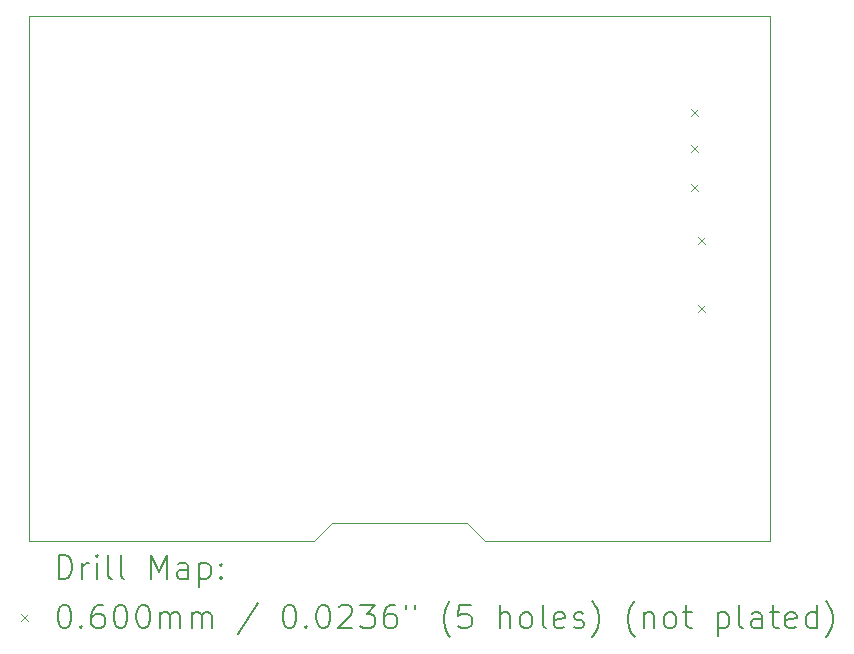
<source format=gbr>
%TF.GenerationSoftware,KiCad,Pcbnew,7.0.9*%
%TF.CreationDate,2023-12-20T20:28:44+02:00*%
%TF.ProjectId,DRM_Watch_V3,44524d5f-5761-4746-9368-5f56332e6b69,rev?*%
%TF.SameCoordinates,Original*%
%TF.FileFunction,Drillmap*%
%TF.FilePolarity,Positive*%
%FSLAX45Y45*%
G04 Gerber Fmt 4.5, Leading zero omitted, Abs format (unit mm)*
G04 Created by KiCad (PCBNEW 7.0.9) date 2023-12-20 20:28:44*
%MOMM*%
%LPD*%
G01*
G04 APERTURE LIST*
%ADD10C,0.100000*%
%ADD11C,0.200000*%
G04 APERTURE END LIST*
D10*
X12877800Y-8763000D02*
X10464800Y-8763000D01*
X6604000Y-4318000D02*
X12877800Y-4318000D01*
X10312400Y-8610600D02*
X9169400Y-8610600D01*
X10464800Y-8763000D02*
X10312400Y-8610600D01*
X9017000Y-8763000D02*
X9169400Y-8610600D01*
X6604000Y-8763000D02*
X9017000Y-8763000D01*
X12877800Y-4318000D02*
X12877800Y-8763000D01*
X6604000Y-4318000D02*
X6604000Y-8763000D01*
D11*
D10*
X12212800Y-5100800D02*
X12272800Y-5160800D01*
X12272800Y-5100800D02*
X12212800Y-5160800D01*
X12212800Y-5405600D02*
X12272800Y-5465600D01*
X12272800Y-5405600D02*
X12212800Y-5465600D01*
X12212800Y-5735800D02*
X12272800Y-5795800D01*
X12272800Y-5735800D02*
X12212800Y-5795800D01*
X12269000Y-6184100D02*
X12329000Y-6244100D01*
X12329000Y-6184100D02*
X12269000Y-6244100D01*
X12269000Y-6762100D02*
X12329000Y-6822100D01*
X12329000Y-6762100D02*
X12269000Y-6822100D01*
D11*
X6859777Y-9079484D02*
X6859777Y-8879484D01*
X6859777Y-8879484D02*
X6907396Y-8879484D01*
X6907396Y-8879484D02*
X6935967Y-8889008D01*
X6935967Y-8889008D02*
X6955015Y-8908055D01*
X6955015Y-8908055D02*
X6964539Y-8927103D01*
X6964539Y-8927103D02*
X6974062Y-8965198D01*
X6974062Y-8965198D02*
X6974062Y-8993770D01*
X6974062Y-8993770D02*
X6964539Y-9031865D01*
X6964539Y-9031865D02*
X6955015Y-9050912D01*
X6955015Y-9050912D02*
X6935967Y-9069960D01*
X6935967Y-9069960D02*
X6907396Y-9079484D01*
X6907396Y-9079484D02*
X6859777Y-9079484D01*
X7059777Y-9079484D02*
X7059777Y-8946150D01*
X7059777Y-8984246D02*
X7069301Y-8965198D01*
X7069301Y-8965198D02*
X7078824Y-8955674D01*
X7078824Y-8955674D02*
X7097872Y-8946150D01*
X7097872Y-8946150D02*
X7116920Y-8946150D01*
X7183586Y-9079484D02*
X7183586Y-8946150D01*
X7183586Y-8879484D02*
X7174062Y-8889008D01*
X7174062Y-8889008D02*
X7183586Y-8898531D01*
X7183586Y-8898531D02*
X7193110Y-8889008D01*
X7193110Y-8889008D02*
X7183586Y-8879484D01*
X7183586Y-8879484D02*
X7183586Y-8898531D01*
X7307396Y-9079484D02*
X7288348Y-9069960D01*
X7288348Y-9069960D02*
X7278824Y-9050912D01*
X7278824Y-9050912D02*
X7278824Y-8879484D01*
X7412158Y-9079484D02*
X7393110Y-9069960D01*
X7393110Y-9069960D02*
X7383586Y-9050912D01*
X7383586Y-9050912D02*
X7383586Y-8879484D01*
X7640729Y-9079484D02*
X7640729Y-8879484D01*
X7640729Y-8879484D02*
X7707396Y-9022341D01*
X7707396Y-9022341D02*
X7774062Y-8879484D01*
X7774062Y-8879484D02*
X7774062Y-9079484D01*
X7955015Y-9079484D02*
X7955015Y-8974722D01*
X7955015Y-8974722D02*
X7945491Y-8955674D01*
X7945491Y-8955674D02*
X7926443Y-8946150D01*
X7926443Y-8946150D02*
X7888348Y-8946150D01*
X7888348Y-8946150D02*
X7869301Y-8955674D01*
X7955015Y-9069960D02*
X7935967Y-9079484D01*
X7935967Y-9079484D02*
X7888348Y-9079484D01*
X7888348Y-9079484D02*
X7869301Y-9069960D01*
X7869301Y-9069960D02*
X7859777Y-9050912D01*
X7859777Y-9050912D02*
X7859777Y-9031865D01*
X7859777Y-9031865D02*
X7869301Y-9012817D01*
X7869301Y-9012817D02*
X7888348Y-9003293D01*
X7888348Y-9003293D02*
X7935967Y-9003293D01*
X7935967Y-9003293D02*
X7955015Y-8993770D01*
X8050253Y-8946150D02*
X8050253Y-9146150D01*
X8050253Y-8955674D02*
X8069301Y-8946150D01*
X8069301Y-8946150D02*
X8107396Y-8946150D01*
X8107396Y-8946150D02*
X8126443Y-8955674D01*
X8126443Y-8955674D02*
X8135967Y-8965198D01*
X8135967Y-8965198D02*
X8145491Y-8984246D01*
X8145491Y-8984246D02*
X8145491Y-9041389D01*
X8145491Y-9041389D02*
X8135967Y-9060436D01*
X8135967Y-9060436D02*
X8126443Y-9069960D01*
X8126443Y-9069960D02*
X8107396Y-9079484D01*
X8107396Y-9079484D02*
X8069301Y-9079484D01*
X8069301Y-9079484D02*
X8050253Y-9069960D01*
X8231205Y-9060436D02*
X8240729Y-9069960D01*
X8240729Y-9069960D02*
X8231205Y-9079484D01*
X8231205Y-9079484D02*
X8221682Y-9069960D01*
X8221682Y-9069960D02*
X8231205Y-9060436D01*
X8231205Y-9060436D02*
X8231205Y-9079484D01*
X8231205Y-8955674D02*
X8240729Y-8965198D01*
X8240729Y-8965198D02*
X8231205Y-8974722D01*
X8231205Y-8974722D02*
X8221682Y-8965198D01*
X8221682Y-8965198D02*
X8231205Y-8955674D01*
X8231205Y-8955674D02*
X8231205Y-8974722D01*
D10*
X6539000Y-9378000D02*
X6599000Y-9438000D01*
X6599000Y-9378000D02*
X6539000Y-9438000D01*
D11*
X6897872Y-9299484D02*
X6916920Y-9299484D01*
X6916920Y-9299484D02*
X6935967Y-9309008D01*
X6935967Y-9309008D02*
X6945491Y-9318531D01*
X6945491Y-9318531D02*
X6955015Y-9337579D01*
X6955015Y-9337579D02*
X6964539Y-9375674D01*
X6964539Y-9375674D02*
X6964539Y-9423293D01*
X6964539Y-9423293D02*
X6955015Y-9461389D01*
X6955015Y-9461389D02*
X6945491Y-9480436D01*
X6945491Y-9480436D02*
X6935967Y-9489960D01*
X6935967Y-9489960D02*
X6916920Y-9499484D01*
X6916920Y-9499484D02*
X6897872Y-9499484D01*
X6897872Y-9499484D02*
X6878824Y-9489960D01*
X6878824Y-9489960D02*
X6869301Y-9480436D01*
X6869301Y-9480436D02*
X6859777Y-9461389D01*
X6859777Y-9461389D02*
X6850253Y-9423293D01*
X6850253Y-9423293D02*
X6850253Y-9375674D01*
X6850253Y-9375674D02*
X6859777Y-9337579D01*
X6859777Y-9337579D02*
X6869301Y-9318531D01*
X6869301Y-9318531D02*
X6878824Y-9309008D01*
X6878824Y-9309008D02*
X6897872Y-9299484D01*
X7050253Y-9480436D02*
X7059777Y-9489960D01*
X7059777Y-9489960D02*
X7050253Y-9499484D01*
X7050253Y-9499484D02*
X7040729Y-9489960D01*
X7040729Y-9489960D02*
X7050253Y-9480436D01*
X7050253Y-9480436D02*
X7050253Y-9499484D01*
X7231205Y-9299484D02*
X7193110Y-9299484D01*
X7193110Y-9299484D02*
X7174062Y-9309008D01*
X7174062Y-9309008D02*
X7164539Y-9318531D01*
X7164539Y-9318531D02*
X7145491Y-9347103D01*
X7145491Y-9347103D02*
X7135967Y-9385198D01*
X7135967Y-9385198D02*
X7135967Y-9461389D01*
X7135967Y-9461389D02*
X7145491Y-9480436D01*
X7145491Y-9480436D02*
X7155015Y-9489960D01*
X7155015Y-9489960D02*
X7174062Y-9499484D01*
X7174062Y-9499484D02*
X7212158Y-9499484D01*
X7212158Y-9499484D02*
X7231205Y-9489960D01*
X7231205Y-9489960D02*
X7240729Y-9480436D01*
X7240729Y-9480436D02*
X7250253Y-9461389D01*
X7250253Y-9461389D02*
X7250253Y-9413770D01*
X7250253Y-9413770D02*
X7240729Y-9394722D01*
X7240729Y-9394722D02*
X7231205Y-9385198D01*
X7231205Y-9385198D02*
X7212158Y-9375674D01*
X7212158Y-9375674D02*
X7174062Y-9375674D01*
X7174062Y-9375674D02*
X7155015Y-9385198D01*
X7155015Y-9385198D02*
X7145491Y-9394722D01*
X7145491Y-9394722D02*
X7135967Y-9413770D01*
X7374062Y-9299484D02*
X7393110Y-9299484D01*
X7393110Y-9299484D02*
X7412158Y-9309008D01*
X7412158Y-9309008D02*
X7421682Y-9318531D01*
X7421682Y-9318531D02*
X7431205Y-9337579D01*
X7431205Y-9337579D02*
X7440729Y-9375674D01*
X7440729Y-9375674D02*
X7440729Y-9423293D01*
X7440729Y-9423293D02*
X7431205Y-9461389D01*
X7431205Y-9461389D02*
X7421682Y-9480436D01*
X7421682Y-9480436D02*
X7412158Y-9489960D01*
X7412158Y-9489960D02*
X7393110Y-9499484D01*
X7393110Y-9499484D02*
X7374062Y-9499484D01*
X7374062Y-9499484D02*
X7355015Y-9489960D01*
X7355015Y-9489960D02*
X7345491Y-9480436D01*
X7345491Y-9480436D02*
X7335967Y-9461389D01*
X7335967Y-9461389D02*
X7326443Y-9423293D01*
X7326443Y-9423293D02*
X7326443Y-9375674D01*
X7326443Y-9375674D02*
X7335967Y-9337579D01*
X7335967Y-9337579D02*
X7345491Y-9318531D01*
X7345491Y-9318531D02*
X7355015Y-9309008D01*
X7355015Y-9309008D02*
X7374062Y-9299484D01*
X7564539Y-9299484D02*
X7583586Y-9299484D01*
X7583586Y-9299484D02*
X7602634Y-9309008D01*
X7602634Y-9309008D02*
X7612158Y-9318531D01*
X7612158Y-9318531D02*
X7621682Y-9337579D01*
X7621682Y-9337579D02*
X7631205Y-9375674D01*
X7631205Y-9375674D02*
X7631205Y-9423293D01*
X7631205Y-9423293D02*
X7621682Y-9461389D01*
X7621682Y-9461389D02*
X7612158Y-9480436D01*
X7612158Y-9480436D02*
X7602634Y-9489960D01*
X7602634Y-9489960D02*
X7583586Y-9499484D01*
X7583586Y-9499484D02*
X7564539Y-9499484D01*
X7564539Y-9499484D02*
X7545491Y-9489960D01*
X7545491Y-9489960D02*
X7535967Y-9480436D01*
X7535967Y-9480436D02*
X7526443Y-9461389D01*
X7526443Y-9461389D02*
X7516920Y-9423293D01*
X7516920Y-9423293D02*
X7516920Y-9375674D01*
X7516920Y-9375674D02*
X7526443Y-9337579D01*
X7526443Y-9337579D02*
X7535967Y-9318531D01*
X7535967Y-9318531D02*
X7545491Y-9309008D01*
X7545491Y-9309008D02*
X7564539Y-9299484D01*
X7716920Y-9499484D02*
X7716920Y-9366150D01*
X7716920Y-9385198D02*
X7726443Y-9375674D01*
X7726443Y-9375674D02*
X7745491Y-9366150D01*
X7745491Y-9366150D02*
X7774063Y-9366150D01*
X7774063Y-9366150D02*
X7793110Y-9375674D01*
X7793110Y-9375674D02*
X7802634Y-9394722D01*
X7802634Y-9394722D02*
X7802634Y-9499484D01*
X7802634Y-9394722D02*
X7812158Y-9375674D01*
X7812158Y-9375674D02*
X7831205Y-9366150D01*
X7831205Y-9366150D02*
X7859777Y-9366150D01*
X7859777Y-9366150D02*
X7878824Y-9375674D01*
X7878824Y-9375674D02*
X7888348Y-9394722D01*
X7888348Y-9394722D02*
X7888348Y-9499484D01*
X7983586Y-9499484D02*
X7983586Y-9366150D01*
X7983586Y-9385198D02*
X7993110Y-9375674D01*
X7993110Y-9375674D02*
X8012158Y-9366150D01*
X8012158Y-9366150D02*
X8040729Y-9366150D01*
X8040729Y-9366150D02*
X8059777Y-9375674D01*
X8059777Y-9375674D02*
X8069301Y-9394722D01*
X8069301Y-9394722D02*
X8069301Y-9499484D01*
X8069301Y-9394722D02*
X8078824Y-9375674D01*
X8078824Y-9375674D02*
X8097872Y-9366150D01*
X8097872Y-9366150D02*
X8126443Y-9366150D01*
X8126443Y-9366150D02*
X8145491Y-9375674D01*
X8145491Y-9375674D02*
X8155015Y-9394722D01*
X8155015Y-9394722D02*
X8155015Y-9499484D01*
X8545491Y-9289960D02*
X8374063Y-9547103D01*
X8802634Y-9299484D02*
X8821682Y-9299484D01*
X8821682Y-9299484D02*
X8840729Y-9309008D01*
X8840729Y-9309008D02*
X8850253Y-9318531D01*
X8850253Y-9318531D02*
X8859777Y-9337579D01*
X8859777Y-9337579D02*
X8869301Y-9375674D01*
X8869301Y-9375674D02*
X8869301Y-9423293D01*
X8869301Y-9423293D02*
X8859777Y-9461389D01*
X8859777Y-9461389D02*
X8850253Y-9480436D01*
X8850253Y-9480436D02*
X8840729Y-9489960D01*
X8840729Y-9489960D02*
X8821682Y-9499484D01*
X8821682Y-9499484D02*
X8802634Y-9499484D01*
X8802634Y-9499484D02*
X8783587Y-9489960D01*
X8783587Y-9489960D02*
X8774063Y-9480436D01*
X8774063Y-9480436D02*
X8764539Y-9461389D01*
X8764539Y-9461389D02*
X8755015Y-9423293D01*
X8755015Y-9423293D02*
X8755015Y-9375674D01*
X8755015Y-9375674D02*
X8764539Y-9337579D01*
X8764539Y-9337579D02*
X8774063Y-9318531D01*
X8774063Y-9318531D02*
X8783587Y-9309008D01*
X8783587Y-9309008D02*
X8802634Y-9299484D01*
X8955015Y-9480436D02*
X8964539Y-9489960D01*
X8964539Y-9489960D02*
X8955015Y-9499484D01*
X8955015Y-9499484D02*
X8945491Y-9489960D01*
X8945491Y-9489960D02*
X8955015Y-9480436D01*
X8955015Y-9480436D02*
X8955015Y-9499484D01*
X9088348Y-9299484D02*
X9107396Y-9299484D01*
X9107396Y-9299484D02*
X9126444Y-9309008D01*
X9126444Y-9309008D02*
X9135968Y-9318531D01*
X9135968Y-9318531D02*
X9145491Y-9337579D01*
X9145491Y-9337579D02*
X9155015Y-9375674D01*
X9155015Y-9375674D02*
X9155015Y-9423293D01*
X9155015Y-9423293D02*
X9145491Y-9461389D01*
X9145491Y-9461389D02*
X9135968Y-9480436D01*
X9135968Y-9480436D02*
X9126444Y-9489960D01*
X9126444Y-9489960D02*
X9107396Y-9499484D01*
X9107396Y-9499484D02*
X9088348Y-9499484D01*
X9088348Y-9499484D02*
X9069301Y-9489960D01*
X9069301Y-9489960D02*
X9059777Y-9480436D01*
X9059777Y-9480436D02*
X9050253Y-9461389D01*
X9050253Y-9461389D02*
X9040729Y-9423293D01*
X9040729Y-9423293D02*
X9040729Y-9375674D01*
X9040729Y-9375674D02*
X9050253Y-9337579D01*
X9050253Y-9337579D02*
X9059777Y-9318531D01*
X9059777Y-9318531D02*
X9069301Y-9309008D01*
X9069301Y-9309008D02*
X9088348Y-9299484D01*
X9231206Y-9318531D02*
X9240729Y-9309008D01*
X9240729Y-9309008D02*
X9259777Y-9299484D01*
X9259777Y-9299484D02*
X9307396Y-9299484D01*
X9307396Y-9299484D02*
X9326444Y-9309008D01*
X9326444Y-9309008D02*
X9335968Y-9318531D01*
X9335968Y-9318531D02*
X9345491Y-9337579D01*
X9345491Y-9337579D02*
X9345491Y-9356627D01*
X9345491Y-9356627D02*
X9335968Y-9385198D01*
X9335968Y-9385198D02*
X9221682Y-9499484D01*
X9221682Y-9499484D02*
X9345491Y-9499484D01*
X9412158Y-9299484D02*
X9535968Y-9299484D01*
X9535968Y-9299484D02*
X9469301Y-9375674D01*
X9469301Y-9375674D02*
X9497872Y-9375674D01*
X9497872Y-9375674D02*
X9516920Y-9385198D01*
X9516920Y-9385198D02*
X9526444Y-9394722D01*
X9526444Y-9394722D02*
X9535968Y-9413770D01*
X9535968Y-9413770D02*
X9535968Y-9461389D01*
X9535968Y-9461389D02*
X9526444Y-9480436D01*
X9526444Y-9480436D02*
X9516920Y-9489960D01*
X9516920Y-9489960D02*
X9497872Y-9499484D01*
X9497872Y-9499484D02*
X9440729Y-9499484D01*
X9440729Y-9499484D02*
X9421682Y-9489960D01*
X9421682Y-9489960D02*
X9412158Y-9480436D01*
X9707396Y-9299484D02*
X9669301Y-9299484D01*
X9669301Y-9299484D02*
X9650253Y-9309008D01*
X9650253Y-9309008D02*
X9640729Y-9318531D01*
X9640729Y-9318531D02*
X9621682Y-9347103D01*
X9621682Y-9347103D02*
X9612158Y-9385198D01*
X9612158Y-9385198D02*
X9612158Y-9461389D01*
X9612158Y-9461389D02*
X9621682Y-9480436D01*
X9621682Y-9480436D02*
X9631206Y-9489960D01*
X9631206Y-9489960D02*
X9650253Y-9499484D01*
X9650253Y-9499484D02*
X9688349Y-9499484D01*
X9688349Y-9499484D02*
X9707396Y-9489960D01*
X9707396Y-9489960D02*
X9716920Y-9480436D01*
X9716920Y-9480436D02*
X9726444Y-9461389D01*
X9726444Y-9461389D02*
X9726444Y-9413770D01*
X9726444Y-9413770D02*
X9716920Y-9394722D01*
X9716920Y-9394722D02*
X9707396Y-9385198D01*
X9707396Y-9385198D02*
X9688349Y-9375674D01*
X9688349Y-9375674D02*
X9650253Y-9375674D01*
X9650253Y-9375674D02*
X9631206Y-9385198D01*
X9631206Y-9385198D02*
X9621682Y-9394722D01*
X9621682Y-9394722D02*
X9612158Y-9413770D01*
X9802634Y-9299484D02*
X9802634Y-9337579D01*
X9878825Y-9299484D02*
X9878825Y-9337579D01*
X10174063Y-9575674D02*
X10164539Y-9566150D01*
X10164539Y-9566150D02*
X10145491Y-9537579D01*
X10145491Y-9537579D02*
X10135968Y-9518531D01*
X10135968Y-9518531D02*
X10126444Y-9489960D01*
X10126444Y-9489960D02*
X10116920Y-9442341D01*
X10116920Y-9442341D02*
X10116920Y-9404246D01*
X10116920Y-9404246D02*
X10126444Y-9356627D01*
X10126444Y-9356627D02*
X10135968Y-9328055D01*
X10135968Y-9328055D02*
X10145491Y-9309008D01*
X10145491Y-9309008D02*
X10164539Y-9280436D01*
X10164539Y-9280436D02*
X10174063Y-9270912D01*
X10345491Y-9299484D02*
X10250253Y-9299484D01*
X10250253Y-9299484D02*
X10240730Y-9394722D01*
X10240730Y-9394722D02*
X10250253Y-9385198D01*
X10250253Y-9385198D02*
X10269301Y-9375674D01*
X10269301Y-9375674D02*
X10316920Y-9375674D01*
X10316920Y-9375674D02*
X10335968Y-9385198D01*
X10335968Y-9385198D02*
X10345491Y-9394722D01*
X10345491Y-9394722D02*
X10355015Y-9413770D01*
X10355015Y-9413770D02*
X10355015Y-9461389D01*
X10355015Y-9461389D02*
X10345491Y-9480436D01*
X10345491Y-9480436D02*
X10335968Y-9489960D01*
X10335968Y-9489960D02*
X10316920Y-9499484D01*
X10316920Y-9499484D02*
X10269301Y-9499484D01*
X10269301Y-9499484D02*
X10250253Y-9489960D01*
X10250253Y-9489960D02*
X10240730Y-9480436D01*
X10593111Y-9499484D02*
X10593111Y-9299484D01*
X10678825Y-9499484D02*
X10678825Y-9394722D01*
X10678825Y-9394722D02*
X10669301Y-9375674D01*
X10669301Y-9375674D02*
X10650253Y-9366150D01*
X10650253Y-9366150D02*
X10621682Y-9366150D01*
X10621682Y-9366150D02*
X10602634Y-9375674D01*
X10602634Y-9375674D02*
X10593111Y-9385198D01*
X10802634Y-9499484D02*
X10783587Y-9489960D01*
X10783587Y-9489960D02*
X10774063Y-9480436D01*
X10774063Y-9480436D02*
X10764539Y-9461389D01*
X10764539Y-9461389D02*
X10764539Y-9404246D01*
X10764539Y-9404246D02*
X10774063Y-9385198D01*
X10774063Y-9385198D02*
X10783587Y-9375674D01*
X10783587Y-9375674D02*
X10802634Y-9366150D01*
X10802634Y-9366150D02*
X10831206Y-9366150D01*
X10831206Y-9366150D02*
X10850253Y-9375674D01*
X10850253Y-9375674D02*
X10859777Y-9385198D01*
X10859777Y-9385198D02*
X10869301Y-9404246D01*
X10869301Y-9404246D02*
X10869301Y-9461389D01*
X10869301Y-9461389D02*
X10859777Y-9480436D01*
X10859777Y-9480436D02*
X10850253Y-9489960D01*
X10850253Y-9489960D02*
X10831206Y-9499484D01*
X10831206Y-9499484D02*
X10802634Y-9499484D01*
X10983587Y-9499484D02*
X10964539Y-9489960D01*
X10964539Y-9489960D02*
X10955015Y-9470912D01*
X10955015Y-9470912D02*
X10955015Y-9299484D01*
X11135968Y-9489960D02*
X11116920Y-9499484D01*
X11116920Y-9499484D02*
X11078825Y-9499484D01*
X11078825Y-9499484D02*
X11059777Y-9489960D01*
X11059777Y-9489960D02*
X11050253Y-9470912D01*
X11050253Y-9470912D02*
X11050253Y-9394722D01*
X11050253Y-9394722D02*
X11059777Y-9375674D01*
X11059777Y-9375674D02*
X11078825Y-9366150D01*
X11078825Y-9366150D02*
X11116920Y-9366150D01*
X11116920Y-9366150D02*
X11135968Y-9375674D01*
X11135968Y-9375674D02*
X11145492Y-9394722D01*
X11145492Y-9394722D02*
X11145492Y-9413770D01*
X11145492Y-9413770D02*
X11050253Y-9432817D01*
X11221682Y-9489960D02*
X11240730Y-9499484D01*
X11240730Y-9499484D02*
X11278825Y-9499484D01*
X11278825Y-9499484D02*
X11297872Y-9489960D01*
X11297872Y-9489960D02*
X11307396Y-9470912D01*
X11307396Y-9470912D02*
X11307396Y-9461389D01*
X11307396Y-9461389D02*
X11297872Y-9442341D01*
X11297872Y-9442341D02*
X11278825Y-9432817D01*
X11278825Y-9432817D02*
X11250253Y-9432817D01*
X11250253Y-9432817D02*
X11231206Y-9423293D01*
X11231206Y-9423293D02*
X11221682Y-9404246D01*
X11221682Y-9404246D02*
X11221682Y-9394722D01*
X11221682Y-9394722D02*
X11231206Y-9375674D01*
X11231206Y-9375674D02*
X11250253Y-9366150D01*
X11250253Y-9366150D02*
X11278825Y-9366150D01*
X11278825Y-9366150D02*
X11297872Y-9375674D01*
X11374063Y-9575674D02*
X11383587Y-9566150D01*
X11383587Y-9566150D02*
X11402634Y-9537579D01*
X11402634Y-9537579D02*
X11412158Y-9518531D01*
X11412158Y-9518531D02*
X11421682Y-9489960D01*
X11421682Y-9489960D02*
X11431206Y-9442341D01*
X11431206Y-9442341D02*
X11431206Y-9404246D01*
X11431206Y-9404246D02*
X11421682Y-9356627D01*
X11421682Y-9356627D02*
X11412158Y-9328055D01*
X11412158Y-9328055D02*
X11402634Y-9309008D01*
X11402634Y-9309008D02*
X11383587Y-9280436D01*
X11383587Y-9280436D02*
X11374063Y-9270912D01*
X11735968Y-9575674D02*
X11726444Y-9566150D01*
X11726444Y-9566150D02*
X11707396Y-9537579D01*
X11707396Y-9537579D02*
X11697872Y-9518531D01*
X11697872Y-9518531D02*
X11688349Y-9489960D01*
X11688349Y-9489960D02*
X11678825Y-9442341D01*
X11678825Y-9442341D02*
X11678825Y-9404246D01*
X11678825Y-9404246D02*
X11688349Y-9356627D01*
X11688349Y-9356627D02*
X11697872Y-9328055D01*
X11697872Y-9328055D02*
X11707396Y-9309008D01*
X11707396Y-9309008D02*
X11726444Y-9280436D01*
X11726444Y-9280436D02*
X11735968Y-9270912D01*
X11812158Y-9366150D02*
X11812158Y-9499484D01*
X11812158Y-9385198D02*
X11821682Y-9375674D01*
X11821682Y-9375674D02*
X11840730Y-9366150D01*
X11840730Y-9366150D02*
X11869301Y-9366150D01*
X11869301Y-9366150D02*
X11888349Y-9375674D01*
X11888349Y-9375674D02*
X11897872Y-9394722D01*
X11897872Y-9394722D02*
X11897872Y-9499484D01*
X12021682Y-9499484D02*
X12002634Y-9489960D01*
X12002634Y-9489960D02*
X11993111Y-9480436D01*
X11993111Y-9480436D02*
X11983587Y-9461389D01*
X11983587Y-9461389D02*
X11983587Y-9404246D01*
X11983587Y-9404246D02*
X11993111Y-9385198D01*
X11993111Y-9385198D02*
X12002634Y-9375674D01*
X12002634Y-9375674D02*
X12021682Y-9366150D01*
X12021682Y-9366150D02*
X12050253Y-9366150D01*
X12050253Y-9366150D02*
X12069301Y-9375674D01*
X12069301Y-9375674D02*
X12078825Y-9385198D01*
X12078825Y-9385198D02*
X12088349Y-9404246D01*
X12088349Y-9404246D02*
X12088349Y-9461389D01*
X12088349Y-9461389D02*
X12078825Y-9480436D01*
X12078825Y-9480436D02*
X12069301Y-9489960D01*
X12069301Y-9489960D02*
X12050253Y-9499484D01*
X12050253Y-9499484D02*
X12021682Y-9499484D01*
X12145492Y-9366150D02*
X12221682Y-9366150D01*
X12174063Y-9299484D02*
X12174063Y-9470912D01*
X12174063Y-9470912D02*
X12183587Y-9489960D01*
X12183587Y-9489960D02*
X12202634Y-9499484D01*
X12202634Y-9499484D02*
X12221682Y-9499484D01*
X12440730Y-9366150D02*
X12440730Y-9566150D01*
X12440730Y-9375674D02*
X12459777Y-9366150D01*
X12459777Y-9366150D02*
X12497873Y-9366150D01*
X12497873Y-9366150D02*
X12516920Y-9375674D01*
X12516920Y-9375674D02*
X12526444Y-9385198D01*
X12526444Y-9385198D02*
X12535968Y-9404246D01*
X12535968Y-9404246D02*
X12535968Y-9461389D01*
X12535968Y-9461389D02*
X12526444Y-9480436D01*
X12526444Y-9480436D02*
X12516920Y-9489960D01*
X12516920Y-9489960D02*
X12497873Y-9499484D01*
X12497873Y-9499484D02*
X12459777Y-9499484D01*
X12459777Y-9499484D02*
X12440730Y-9489960D01*
X12650253Y-9499484D02*
X12631206Y-9489960D01*
X12631206Y-9489960D02*
X12621682Y-9470912D01*
X12621682Y-9470912D02*
X12621682Y-9299484D01*
X12812158Y-9499484D02*
X12812158Y-9394722D01*
X12812158Y-9394722D02*
X12802634Y-9375674D01*
X12802634Y-9375674D02*
X12783587Y-9366150D01*
X12783587Y-9366150D02*
X12745492Y-9366150D01*
X12745492Y-9366150D02*
X12726444Y-9375674D01*
X12812158Y-9489960D02*
X12793111Y-9499484D01*
X12793111Y-9499484D02*
X12745492Y-9499484D01*
X12745492Y-9499484D02*
X12726444Y-9489960D01*
X12726444Y-9489960D02*
X12716920Y-9470912D01*
X12716920Y-9470912D02*
X12716920Y-9451865D01*
X12716920Y-9451865D02*
X12726444Y-9432817D01*
X12726444Y-9432817D02*
X12745492Y-9423293D01*
X12745492Y-9423293D02*
X12793111Y-9423293D01*
X12793111Y-9423293D02*
X12812158Y-9413770D01*
X12878825Y-9366150D02*
X12955015Y-9366150D01*
X12907396Y-9299484D02*
X12907396Y-9470912D01*
X12907396Y-9470912D02*
X12916920Y-9489960D01*
X12916920Y-9489960D02*
X12935968Y-9499484D01*
X12935968Y-9499484D02*
X12955015Y-9499484D01*
X13097873Y-9489960D02*
X13078825Y-9499484D01*
X13078825Y-9499484D02*
X13040730Y-9499484D01*
X13040730Y-9499484D02*
X13021682Y-9489960D01*
X13021682Y-9489960D02*
X13012158Y-9470912D01*
X13012158Y-9470912D02*
X13012158Y-9394722D01*
X13012158Y-9394722D02*
X13021682Y-9375674D01*
X13021682Y-9375674D02*
X13040730Y-9366150D01*
X13040730Y-9366150D02*
X13078825Y-9366150D01*
X13078825Y-9366150D02*
X13097873Y-9375674D01*
X13097873Y-9375674D02*
X13107396Y-9394722D01*
X13107396Y-9394722D02*
X13107396Y-9413770D01*
X13107396Y-9413770D02*
X13012158Y-9432817D01*
X13278825Y-9499484D02*
X13278825Y-9299484D01*
X13278825Y-9489960D02*
X13259777Y-9499484D01*
X13259777Y-9499484D02*
X13221682Y-9499484D01*
X13221682Y-9499484D02*
X13202634Y-9489960D01*
X13202634Y-9489960D02*
X13193111Y-9480436D01*
X13193111Y-9480436D02*
X13183587Y-9461389D01*
X13183587Y-9461389D02*
X13183587Y-9404246D01*
X13183587Y-9404246D02*
X13193111Y-9385198D01*
X13193111Y-9385198D02*
X13202634Y-9375674D01*
X13202634Y-9375674D02*
X13221682Y-9366150D01*
X13221682Y-9366150D02*
X13259777Y-9366150D01*
X13259777Y-9366150D02*
X13278825Y-9375674D01*
X13355015Y-9575674D02*
X13364539Y-9566150D01*
X13364539Y-9566150D02*
X13383587Y-9537579D01*
X13383587Y-9537579D02*
X13393111Y-9518531D01*
X13393111Y-9518531D02*
X13402634Y-9489960D01*
X13402634Y-9489960D02*
X13412158Y-9442341D01*
X13412158Y-9442341D02*
X13412158Y-9404246D01*
X13412158Y-9404246D02*
X13402634Y-9356627D01*
X13402634Y-9356627D02*
X13393111Y-9328055D01*
X13393111Y-9328055D02*
X13383587Y-9309008D01*
X13383587Y-9309008D02*
X13364539Y-9280436D01*
X13364539Y-9280436D02*
X13355015Y-9270912D01*
M02*

</source>
